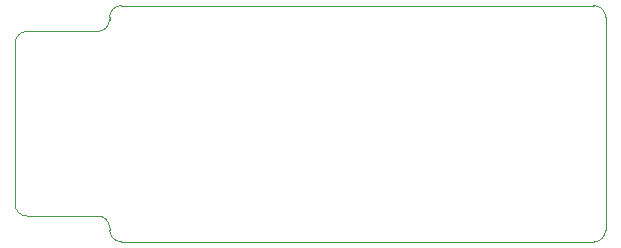
<source format=gbr>
%TF.GenerationSoftware,KiCad,Pcbnew,6.0.11+dfsg-1~bpo11+1*%
%TF.CreationDate,2024-03-27T15:17:52-04:00*%
%TF.ProjectId,Tool - ESP Module Flasher,546f6f6c-202d-4204-9553-50204d6f6475,1.0.0*%
%TF.SameCoordinates,Original*%
%TF.FileFunction,Profile,NP*%
%FSLAX46Y46*%
G04 Gerber Fmt 4.6, Leading zero omitted, Abs format (unit mm)*
G04 Created by KiCad (PCBNEW 6.0.11+dfsg-1~bpo11+1) date 2024-03-27 15:17:52*
%MOMM*%
%LPD*%
G01*
G04 APERTURE LIST*
%TA.AperFunction,Profile*%
%ADD10C,0.050000*%
%TD*%
G04 APERTURE END LIST*
D10*
X108000000Y-91190000D02*
X108000000Y-91000000D01*
X108000000Y-108810000D02*
X108000000Y-109000000D01*
X109000000Y-90000000D02*
G75*
G03*
X108000000Y-91000000I-1J-999999D01*
G01*
X108000000Y-109000000D02*
G75*
G03*
X109000000Y-110000000I999999J-1D01*
G01*
X101000000Y-107810000D02*
X107000000Y-107810000D01*
X150000000Y-91000000D02*
G75*
G03*
X149000000Y-90000000I-1000000J0D01*
G01*
X101000000Y-92190000D02*
G75*
G03*
X100000000Y-93190000I0J-1000000D01*
G01*
X101000000Y-92190000D02*
X107000000Y-92190000D01*
X107000000Y-92190000D02*
G75*
G03*
X108000000Y-91190000I0J1000000D01*
G01*
X100000000Y-106810000D02*
X100000000Y-93190000D01*
X109000000Y-90000000D02*
X149000000Y-90000000D01*
X149000000Y-110000000D02*
G75*
G03*
X150000000Y-109000000I0J1000000D01*
G01*
X150000000Y-109000000D02*
X150000000Y-91000000D01*
X100000000Y-106810000D02*
G75*
G03*
X101000000Y-107810000I1000000J0D01*
G01*
X108000000Y-108810000D02*
G75*
G03*
X107000000Y-107810000I-1000000J0D01*
G01*
X149000000Y-110000000D02*
X109000000Y-110000000D01*
M02*

</source>
